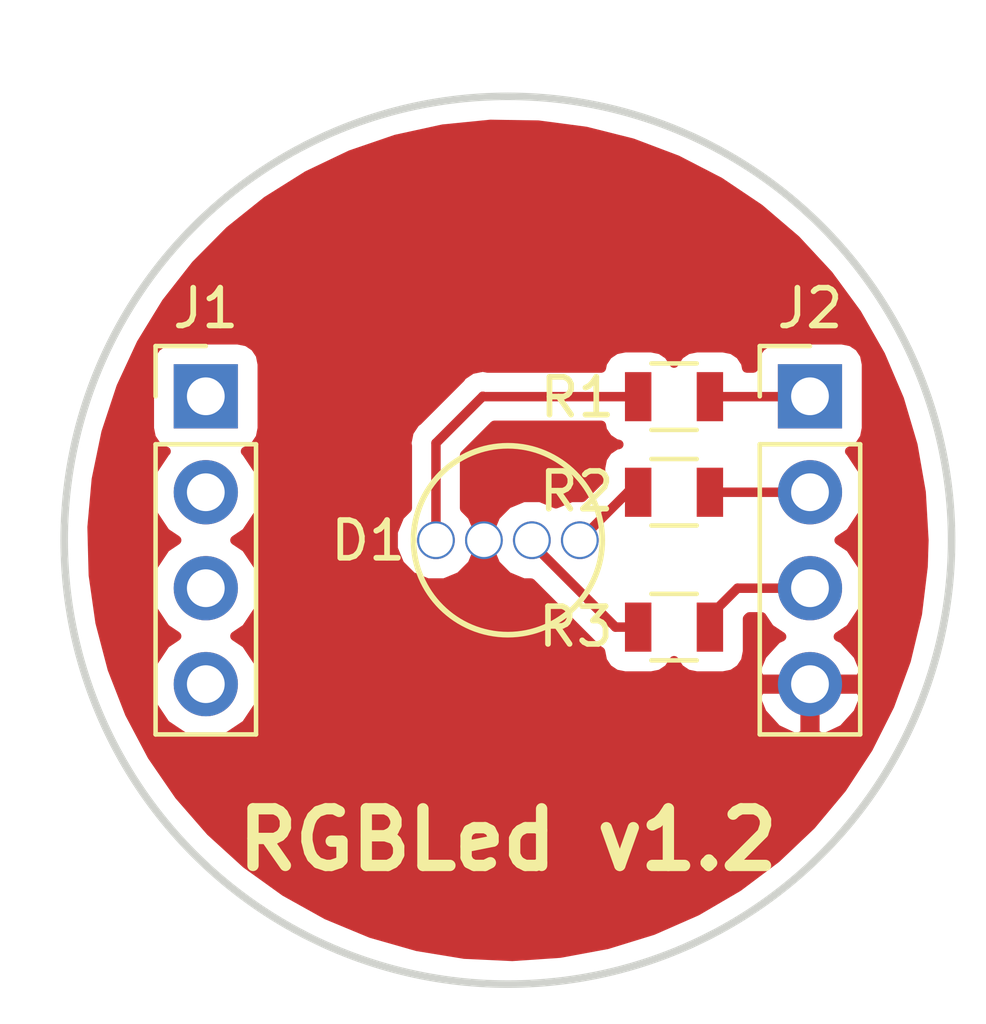
<source format=kicad_pcb>
(kicad_pcb (version 20171130) (host pcbnew "(5.0.0)")

  (general
    (thickness 1.6)
    (drawings 2)
    (tracks 16)
    (zones 0)
    (modules 6)
    (nets 12)
  )

  (page A4)
  (layers
    (0 F.Cu signal)
    (31 B.Cu signal)
    (32 B.Adhes user)
    (33 F.Adhes user)
    (34 B.Paste user)
    (35 F.Paste user)
    (36 B.SilkS user)
    (37 F.SilkS user)
    (38 B.Mask user)
    (39 F.Mask user)
    (40 Dwgs.User user)
    (41 Cmts.User user)
    (42 Eco1.User user)
    (43 Eco2.User user)
    (44 Edge.Cuts user)
    (45 Margin user)
    (46 B.CrtYd user)
    (47 F.CrtYd user)
    (48 B.Fab user)
    (49 F.Fab user)
  )

  (setup
    (last_trace_width 0.25)
    (trace_clearance 0.2)
    (zone_clearance 0.508)
    (zone_45_only no)
    (trace_min 0.2)
    (segment_width 0.2)
    (edge_width 0.2)
    (via_size 0.8)
    (via_drill 0.4)
    (via_min_size 0.4)
    (via_min_drill 0.3)
    (uvia_size 0.3)
    (uvia_drill 0.1)
    (uvias_allowed no)
    (uvia_min_size 0.2)
    (uvia_min_drill 0.1)
    (pcb_text_width 0.3)
    (pcb_text_size 1.5 1.5)
    (mod_edge_width 0.15)
    (mod_text_size 1 1)
    (mod_text_width 0.15)
    (pad_size 1 1)
    (pad_drill 0.889)
    (pad_to_mask_clearance 0.2)
    (aux_axis_origin 0 0)
    (visible_elements 7FFFFFFF)
    (pcbplotparams
      (layerselection 0x010fc_ffffffff)
      (usegerberextensions false)
      (usegerberattributes false)
      (usegerberadvancedattributes false)
      (creategerberjobfile false)
      (excludeedgelayer true)
      (linewidth 0.100000)
      (plotframeref false)
      (viasonmask false)
      (mode 1)
      (useauxorigin false)
      (hpglpennumber 1)
      (hpglpenspeed 20)
      (hpglpendiameter 15.000000)
      (psnegative false)
      (psa4output false)
      (plotreference true)
      (plotvalue true)
      (plotinvisibletext false)
      (padsonsilk false)
      (subtractmaskfromsilk false)
      (outputformat 1)
      (mirror false)
      (drillshape 0)
      (scaleselection 1)
      (outputdirectory "Gerbers/"))
  )

  (net 0 "")
  (net 1 "Net-(J1-Pad4)")
  (net 2 "Net-(J1-Pad3)")
  (net 3 "Net-(J1-Pad2)")
  (net 4 "Net-(J1-Pad1)")
  (net 5 "Net-(D1-Pad3)")
  (net 6 "Net-(D1-Pad4)")
  (net 7 "Net-(D1-Pad1)")
  (net 8 +5V)
  (net 9 /R)
  (net 10 /G)
  (net 11 /B)

  (net_class Default "This is the default net class."
    (clearance 0.2)
    (trace_width 0.25)
    (via_dia 0.8)
    (via_drill 0.4)
    (uvia_dia 0.3)
    (uvia_drill 0.1)
    (add_net +5V)
    (add_net /B)
    (add_net /G)
    (add_net /R)
    (add_net "Net-(D1-Pad1)")
    (add_net "Net-(D1-Pad3)")
    (add_net "Net-(D1-Pad4)")
    (add_net "Net-(J1-Pad1)")
    (add_net "Net-(J1-Pad2)")
    (add_net "Net-(J1-Pad3)")
    (add_net "Net-(J1-Pad4)")
  )

  (module Resistors_SMD:R_0805 (layer F.Cu) (tedit 58E0A804) (tstamp 5D08F393)
    (at 154.4 93.73)
    (descr "Resistor SMD 0805, reflow soldering, Vishay (see dcrcw.pdf)")
    (tags "resistor 0805")
    (path /5BDDBAB0)
    (attr smd)
    (fp_text reference R2 (at -2.58 -0.02) (layer F.SilkS)
      (effects (font (size 1 1) (thickness 0.15)))
    )
    (fp_text value R (at 0 1.75) (layer F.Fab)
      (effects (font (size 1 1) (thickness 0.15)))
    )
    (fp_line (start 1.55 0.9) (end -1.55 0.9) (layer F.CrtYd) (width 0.05))
    (fp_line (start 1.55 0.9) (end 1.55 -0.9) (layer F.CrtYd) (width 0.05))
    (fp_line (start -1.55 -0.9) (end -1.55 0.9) (layer F.CrtYd) (width 0.05))
    (fp_line (start -1.55 -0.9) (end 1.55 -0.9) (layer F.CrtYd) (width 0.05))
    (fp_line (start -0.6 -0.88) (end 0.6 -0.88) (layer F.SilkS) (width 0.12))
    (fp_line (start 0.6 0.88) (end -0.6 0.88) (layer F.SilkS) (width 0.12))
    (fp_line (start -1 -0.62) (end 1 -0.62) (layer F.Fab) (width 0.1))
    (fp_line (start 1 -0.62) (end 1 0.62) (layer F.Fab) (width 0.1))
    (fp_line (start 1 0.62) (end -1 0.62) (layer F.Fab) (width 0.1))
    (fp_line (start -1 0.62) (end -1 -0.62) (layer F.Fab) (width 0.1))
    (fp_text user %R (at 0 0) (layer F.Fab)
      (effects (font (size 0.5 0.5) (thickness 0.075)))
    )
    (pad 2 smd rect (at 0.95 0) (size 0.7 1.3) (layers F.Cu F.Paste F.Mask)
      (net 10 /G))
    (pad 1 smd rect (at -0.95 0) (size 0.7 1.3) (layers F.Cu F.Paste F.Mask)
      (net 6 "Net-(D1-Pad4)"))
    (model ${KISYS3DMOD}/Resistors_SMD.3dshapes/R_0805.wrl
      (at (xyz 0 0 0))
      (scale (xyz 1 1 1))
      (rotate (xyz 0 0 0))
    )
  )

  (module KingbrightRGB:L-154A4SUREQBFZGEW (layer F.Cu) (tedit 5BF00F15) (tstamp 5C6B7E62)
    (at 150 95)
    (path /5BDDB818)
    (fp_text reference D1 (at -3.7 0.01) (layer F.SilkS)
      (effects (font (size 1 1) (thickness 0.15)))
    )
    (fp_text value LED_RABG (at 0 1) (layer F.Fab)
      (effects (font (size 1 1) (thickness 0.15)))
    )
    (fp_circle (center 0 0) (end 2.5 0) (layer F.SilkS) (width 0.15))
    (pad 3 thru_hole circle (at 0.635 0) (size 1 1) (drill 0.889) (layers *.Cu *.Mask)
      (net 5 "Net-(D1-Pad3)"))
    (pad 4 thru_hole circle (at 1.905 0) (size 1 1) (drill 0.889) (layers *.Cu *.Mask)
      (net 6 "Net-(D1-Pad4)"))
    (pad 1 thru_hole circle (at -1.905 0) (size 1 1) (drill 0.889) (layers *.Cu *.Mask)
      (net 7 "Net-(D1-Pad1)"))
    (pad 2 thru_hole circle (at -0.635 0) (size 1 1) (drill 0.889) (layers *.Cu *.Mask)
      (net 8 +5V) (zone_connect 2))
    (model "${CUSTOM}/RGBLED.3dshapes/Led RGB 5mm.STEP"
      (offset (xyz 0 -5 0))
      (scale (xyz 1 1 1))
      (rotate (xyz 0 0 0))
    )
  )

  (module Resistors_SMD:R_0805 (layer F.Cu) (tedit 58E0A804) (tstamp 5C6B7EF9)
    (at 154.4 91.2)
    (descr "Resistor SMD 0805, reflow soldering, Vishay (see dcrcw.pdf)")
    (tags "resistor 0805")
    (path /5BDDBA4D)
    (attr smd)
    (fp_text reference R1 (at -2.56 0.02) (layer F.SilkS)
      (effects (font (size 1 1) (thickness 0.15)))
    )
    (fp_text value R (at 0 1.75) (layer F.Fab)
      (effects (font (size 1 1) (thickness 0.15)))
    )
    (fp_text user %R (at 0 0) (layer F.Fab)
      (effects (font (size 0.5 0.5) (thickness 0.075)))
    )
    (fp_line (start -1 0.62) (end -1 -0.62) (layer F.Fab) (width 0.1))
    (fp_line (start 1 0.62) (end -1 0.62) (layer F.Fab) (width 0.1))
    (fp_line (start 1 -0.62) (end 1 0.62) (layer F.Fab) (width 0.1))
    (fp_line (start -1 -0.62) (end 1 -0.62) (layer F.Fab) (width 0.1))
    (fp_line (start 0.6 0.88) (end -0.6 0.88) (layer F.SilkS) (width 0.12))
    (fp_line (start -0.6 -0.88) (end 0.6 -0.88) (layer F.SilkS) (width 0.12))
    (fp_line (start -1.55 -0.9) (end 1.55 -0.9) (layer F.CrtYd) (width 0.05))
    (fp_line (start -1.55 -0.9) (end -1.55 0.9) (layer F.CrtYd) (width 0.05))
    (fp_line (start 1.55 0.9) (end 1.55 -0.9) (layer F.CrtYd) (width 0.05))
    (fp_line (start 1.55 0.9) (end -1.55 0.9) (layer F.CrtYd) (width 0.05))
    (pad 1 smd rect (at -0.95 0) (size 0.7 1.3) (layers F.Cu F.Paste F.Mask)
      (net 7 "Net-(D1-Pad1)"))
    (pad 2 smd rect (at 0.95 0) (size 0.7 1.3) (layers F.Cu F.Paste F.Mask)
      (net 9 /R))
    (model ${KISYS3DMOD}/Resistors_SMD.3dshapes/R_0805.wrl
      (at (xyz 0 0 0))
      (scale (xyz 1 1 1))
      (rotate (xyz 0 0 0))
    )
  )

  (module Resistors_SMD:R_0805 (layer F.Cu) (tedit 58E0A804) (tstamp 5C6B7F7B)
    (at 154.4 97.3)
    (descr "Resistor SMD 0805, reflow soldering, Vishay (see dcrcw.pdf)")
    (tags "resistor 0805")
    (path /5BDDBADA)
    (attr smd)
    (fp_text reference R3 (at -2.6 -0.01) (layer F.SilkS)
      (effects (font (size 1 1) (thickness 0.15)))
    )
    (fp_text value R (at 0 1.75) (layer F.Fab)
      (effects (font (size 1 1) (thickness 0.15)))
    )
    (fp_text user %R (at 0 0) (layer F.Fab)
      (effects (font (size 0.5 0.5) (thickness 0.075)))
    )
    (fp_line (start -1 0.62) (end -1 -0.62) (layer F.Fab) (width 0.1))
    (fp_line (start 1 0.62) (end -1 0.62) (layer F.Fab) (width 0.1))
    (fp_line (start 1 -0.62) (end 1 0.62) (layer F.Fab) (width 0.1))
    (fp_line (start -1 -0.62) (end 1 -0.62) (layer F.Fab) (width 0.1))
    (fp_line (start 0.6 0.88) (end -0.6 0.88) (layer F.SilkS) (width 0.12))
    (fp_line (start -0.6 -0.88) (end 0.6 -0.88) (layer F.SilkS) (width 0.12))
    (fp_line (start -1.55 -0.9) (end 1.55 -0.9) (layer F.CrtYd) (width 0.05))
    (fp_line (start -1.55 -0.9) (end -1.55 0.9) (layer F.CrtYd) (width 0.05))
    (fp_line (start 1.55 0.9) (end 1.55 -0.9) (layer F.CrtYd) (width 0.05))
    (fp_line (start 1.55 0.9) (end -1.55 0.9) (layer F.CrtYd) (width 0.05))
    (pad 1 smd rect (at -0.95 0) (size 0.7 1.3) (layers F.Cu F.Paste F.Mask)
      (net 5 "Net-(D1-Pad3)"))
    (pad 2 smd rect (at 0.95 0) (size 0.7 1.3) (layers F.Cu F.Paste F.Mask)
      (net 11 /B))
    (model ${KISYS3DMOD}/Resistors_SMD.3dshapes/R_0805.wrl
      (at (xyz 0 0 0))
      (scale (xyz 1 1 1))
      (rotate (xyz 0 0 0))
    )
  )

  (module Socket_Strips:Socket_Strip_Straight_1x04_Pitch2.54mm (layer F.Cu) (tedit 58CD5446) (tstamp 5C83FC0B)
    (at 142 91.19)
    (descr "Through hole straight socket strip, 1x04, 2.54mm pitch, single row")
    (tags "Through hole socket strip THT 1x04 2.54mm single row")
    (path /5BDDA9E0)
    (fp_text reference J1 (at 0 -2.33) (layer F.SilkS)
      (effects (font (size 1 1) (thickness 0.15)))
    )
    (fp_text value Conn_01x04 (at 0 9.95) (layer F.Fab)
      (effects (font (size 1 1) (thickness 0.15)))
    )
    (fp_text user %R (at 0 -2.33) (layer F.Fab)
      (effects (font (size 1 1) (thickness 0.15)))
    )
    (fp_line (start 1.8 -1.8) (end -1.8 -1.8) (layer F.CrtYd) (width 0.05))
    (fp_line (start 1.8 9.4) (end 1.8 -1.8) (layer F.CrtYd) (width 0.05))
    (fp_line (start -1.8 9.4) (end 1.8 9.4) (layer F.CrtYd) (width 0.05))
    (fp_line (start -1.8 -1.8) (end -1.8 9.4) (layer F.CrtYd) (width 0.05))
    (fp_line (start -1.33 -1.33) (end 0 -1.33) (layer F.SilkS) (width 0.12))
    (fp_line (start -1.33 0) (end -1.33 -1.33) (layer F.SilkS) (width 0.12))
    (fp_line (start 1.33 1.27) (end -1.33 1.27) (layer F.SilkS) (width 0.12))
    (fp_line (start 1.33 8.95) (end 1.33 1.27) (layer F.SilkS) (width 0.12))
    (fp_line (start -1.33 8.95) (end 1.33 8.95) (layer F.SilkS) (width 0.12))
    (fp_line (start -1.33 1.27) (end -1.33 8.95) (layer F.SilkS) (width 0.12))
    (fp_line (start 1.27 -1.27) (end -1.27 -1.27) (layer F.Fab) (width 0.1))
    (fp_line (start 1.27 8.89) (end 1.27 -1.27) (layer F.Fab) (width 0.1))
    (fp_line (start -1.27 8.89) (end 1.27 8.89) (layer F.Fab) (width 0.1))
    (fp_line (start -1.27 -1.27) (end -1.27 8.89) (layer F.Fab) (width 0.1))
    (pad 4 thru_hole oval (at 0 7.62) (size 1.7 1.7) (drill 1) (layers *.Cu *.Mask)
      (net 1 "Net-(J1-Pad4)"))
    (pad 3 thru_hole oval (at 0 5.08) (size 1.7 1.7) (drill 1) (layers *.Cu *.Mask)
      (net 2 "Net-(J1-Pad3)"))
    (pad 2 thru_hole oval (at 0 2.54) (size 1.7 1.7) (drill 1) (layers *.Cu *.Mask)
      (net 3 "Net-(J1-Pad2)"))
    (pad 1 thru_hole rect (at 0 0) (size 1.7 1.7) (drill 1) (layers *.Cu *.Mask)
      (net 4 "Net-(J1-Pad1)"))
    (model ${KISYS3DMOD}/Socket_Strips.3dshapes/Socket_Strip_Straight_1x04_Pitch2.54mm.wrl
      (offset (xyz 0 -3.809999942779541 0))
      (scale (xyz 1 1 1))
      (rotate (xyz 0 0 270))
    )
  )

  (module Socket_Strips:Socket_Strip_Straight_1x04_Pitch2.54mm (layer F.Cu) (tedit 58CD5446) (tstamp 5C83FC21)
    (at 158 91.19)
    (descr "Through hole straight socket strip, 1x04, 2.54mm pitch, single row")
    (tags "Through hole socket strip THT 1x04 2.54mm single row")
    (path /5BDDA98F)
    (fp_text reference J2 (at 0 -2.33) (layer F.SilkS)
      (effects (font (size 1 1) (thickness 0.15)))
    )
    (fp_text value Conn_01x04 (at 0 9.95) (layer F.Fab)
      (effects (font (size 1 1) (thickness 0.15)))
    )
    (fp_line (start -1.27 -1.27) (end -1.27 8.89) (layer F.Fab) (width 0.1))
    (fp_line (start -1.27 8.89) (end 1.27 8.89) (layer F.Fab) (width 0.1))
    (fp_line (start 1.27 8.89) (end 1.27 -1.27) (layer F.Fab) (width 0.1))
    (fp_line (start 1.27 -1.27) (end -1.27 -1.27) (layer F.Fab) (width 0.1))
    (fp_line (start -1.33 1.27) (end -1.33 8.95) (layer F.SilkS) (width 0.12))
    (fp_line (start -1.33 8.95) (end 1.33 8.95) (layer F.SilkS) (width 0.12))
    (fp_line (start 1.33 8.95) (end 1.33 1.27) (layer F.SilkS) (width 0.12))
    (fp_line (start 1.33 1.27) (end -1.33 1.27) (layer F.SilkS) (width 0.12))
    (fp_line (start -1.33 0) (end -1.33 -1.33) (layer F.SilkS) (width 0.12))
    (fp_line (start -1.33 -1.33) (end 0 -1.33) (layer F.SilkS) (width 0.12))
    (fp_line (start -1.8 -1.8) (end -1.8 9.4) (layer F.CrtYd) (width 0.05))
    (fp_line (start -1.8 9.4) (end 1.8 9.4) (layer F.CrtYd) (width 0.05))
    (fp_line (start 1.8 9.4) (end 1.8 -1.8) (layer F.CrtYd) (width 0.05))
    (fp_line (start 1.8 -1.8) (end -1.8 -1.8) (layer F.CrtYd) (width 0.05))
    (fp_text user %R (at 0 -2.33) (layer F.Fab)
      (effects (font (size 1 1) (thickness 0.15)))
    )
    (pad 1 thru_hole rect (at 0 0) (size 1.7 1.7) (drill 1) (layers *.Cu *.Mask)
      (net 9 /R))
    (pad 2 thru_hole oval (at 0 2.54) (size 1.7 1.7) (drill 1) (layers *.Cu *.Mask)
      (net 10 /G))
    (pad 3 thru_hole oval (at 0 5.08) (size 1.7 1.7) (drill 1) (layers *.Cu *.Mask)
      (net 11 /B))
    (pad 4 thru_hole oval (at 0 7.62) (size 1.7 1.7) (drill 1) (layers *.Cu *.Mask)
      (net 8 +5V))
    (model ${KISYS3DMOD}/Socket_Strips.3dshapes/Socket_Strip_Straight_1x04_Pitch2.54mm.wrl
      (offset (xyz 0 -3.809999942779541 0))
      (scale (xyz 1 1 1))
      (rotate (xyz 0 0 270))
    )
  )

  (gr_text "RGBLed v1.2" (at 150 102.93) (layer F.SilkS)
    (effects (font (size 1.5 1.5) (thickness 0.3)))
  )
  (gr_circle (center 150 95) (end 161.75 95) (layer Edge.Cuts) (width 0.2))

  (segment (start 150.635 95.085) (end 150.635 95) (width 0.25) (layer F.Cu) (net 5))
  (segment (start 152.85 97.3) (end 150.635 95.085) (width 0.25) (layer F.Cu) (net 5))
  (segment (start 153.45 97.3) (end 152.85 97.3) (width 0.25) (layer F.Cu) (net 5))
  (segment (start 151.905 95) (end 151.905 94.875) (width 0.25) (layer F.Cu) (net 6))
  (segment (start 153.175 93.73) (end 151.905 95) (width 0.25) (layer F.Cu) (net 6))
  (segment (start 153.45 93.73) (end 153.175 93.73) (width 0.25) (layer F.Cu) (net 6))
  (segment (start 148.095 95) (end 148.095 92.43) (width 0.25) (layer F.Cu) (net 7))
  (segment (start 148.095 92.43) (end 149.335 91.19) (width 0.25) (layer F.Cu) (net 7))
  (segment (start 149.345 91.2) (end 149.335 91.19) (width 0.25) (layer F.Cu) (net 7))
  (segment (start 153.45 91.2) (end 149.345 91.2) (width 0.25) (layer F.Cu) (net 7))
  (segment (start 157.99 91.2) (end 158 91.19) (width 0.25) (layer F.Cu) (net 9))
  (segment (start 155.35 91.2) (end 157.99 91.2) (width 0.25) (layer F.Cu) (net 9))
  (segment (start 158 93.73) (end 155.35 93.73) (width 0.25) (layer F.Cu) (net 10))
  (segment (start 155.35 97) (end 155.35 97.3) (width 0.25) (layer F.Cu) (net 11))
  (segment (start 156.08 96.27) (end 155.35 97) (width 0.25) (layer F.Cu) (net 11))
  (segment (start 158 96.27) (end 156.08 96.27) (width 0.25) (layer F.Cu) (net 11))

  (zone (net 8) (net_name +5V) (layer F.Cu) (tstamp 5C21ECBB) (hatch edge 0.508)
    (connect_pads (clearance 0.508))
    (min_thickness 0.254)
    (fill yes (arc_segments 16) (thermal_gap 0.508) (thermal_bridge_width 0.508))
    (polygon
      (pts
        (xy 136.55 80.7) (xy 162.25 80.7) (xy 162.25 107.825) (xy 136.55 107.75)
      )
    )
    (filled_polygon
      (pts
        (xy 150.806719 84.014581) (xy 152.064005 84.180106) (xy 153.293934 84.489043) (xy 154.480204 84.937297) (xy 155.607091 85.518927)
        (xy 156.659659 86.226223) (xy 157.623957 87.049811) (xy 158.487203 87.978775) (xy 159.237956 89.000801) (xy 159.866265 90.102344)
        (xy 160.363802 91.268802) (xy 160.723972 92.484715) (xy 160.942001 93.733967) (xy 161.015 95) (xy 160.993264 95.691638)
        (xy 160.840915 96.950588) (xy 160.544874 98.183685) (xy 160.109067 99.374584) (xy 159.53927 100.5075) (xy 158.843034 101.567417)
        (xy 158.029589 102.540286) (xy 157.109716 103.413213) (xy 156.095608 104.174627) (xy 155.000705 104.814437) (xy 153.839521 105.324161)
        (xy 152.627446 105.697044) (xy 151.380546 105.928143) (xy 150.115347 106.014396) (xy 148.848619 105.954659) (xy 147.597152 105.749723)
        (xy 146.377534 105.402306) (xy 145.205929 104.917011) (xy 144.097868 104.300272) (xy 143.068036 103.560263) (xy 142.130083 102.706792)
        (xy 141.296443 101.751171) (xy 140.578163 100.706068) (xy 139.984764 99.585333) (xy 139.524112 98.403822) (xy 139.202313 97.177196)
        (xy 139.023631 95.921711) (xy 138.990435 94.65401) (xy 139.0729 93.73) (xy 140.485908 93.73) (xy 140.601161 94.309418)
        (xy 140.929375 94.800625) (xy 141.227761 95) (xy 140.929375 95.199375) (xy 140.601161 95.690582) (xy 140.485908 96.27)
        (xy 140.601161 96.849418) (xy 140.929375 97.340625) (xy 141.227761 97.54) (xy 140.929375 97.739375) (xy 140.601161 98.230582)
        (xy 140.485908 98.81) (xy 140.601161 99.389418) (xy 140.929375 99.880625) (xy 141.420582 100.208839) (xy 141.853744 100.295)
        (xy 142.146256 100.295) (xy 142.579418 100.208839) (xy 143.070625 99.880625) (xy 143.398839 99.389418) (xy 143.443102 99.16689)
        (xy 156.558524 99.16689) (xy 156.728355 99.576924) (xy 157.118642 100.005183) (xy 157.643108 100.251486) (xy 157.873 100.130819)
        (xy 157.873 98.937) (xy 158.127 98.937) (xy 158.127 100.130819) (xy 158.356892 100.251486) (xy 158.881358 100.005183)
        (xy 159.271645 99.576924) (xy 159.441476 99.16689) (xy 159.320155 98.937) (xy 158.127 98.937) (xy 157.873 98.937)
        (xy 156.679845 98.937) (xy 156.558524 99.16689) (xy 143.443102 99.16689) (xy 143.514092 98.81) (xy 143.398839 98.230582)
        (xy 143.070625 97.739375) (xy 142.772239 97.54) (xy 143.070625 97.340625) (xy 143.398839 96.849418) (xy 143.514092 96.27)
        (xy 143.398839 95.690582) (xy 143.070625 95.199375) (xy 142.772239 95) (xy 143.070625 94.800625) (xy 143.088258 94.774234)
        (xy 146.96 94.774234) (xy 146.96 95.225766) (xy 147.132793 95.642926) (xy 147.452074 95.962207) (xy 147.869234 96.135)
        (xy 148.320766 96.135) (xy 148.737926 95.962207) (xy 149.057207 95.642926) (xy 149.23 95.225766) (xy 149.23 94.774234)
        (xy 149.057207 94.357074) (xy 148.855 94.154867) (xy 148.855 92.744801) (xy 149.639802 91.96) (xy 152.47444 91.96)
        (xy 152.501843 92.097765) (xy 152.642191 92.307809) (xy 152.852235 92.448157) (xy 152.936911 92.465) (xy 152.852235 92.481843)
        (xy 152.642191 92.622191) (xy 152.501843 92.832235) (xy 152.45256 93.08) (xy 152.45256 93.377638) (xy 151.965199 93.865)
        (xy 151.679234 93.865) (xy 151.27 94.03451) (xy 150.860766 93.865) (xy 150.409234 93.865) (xy 149.992074 94.037793)
        (xy 149.672793 94.357074) (xy 149.5 94.774234) (xy 149.5 95.225766) (xy 149.672793 95.642926) (xy 149.992074 95.962207)
        (xy 150.409234 96.135) (xy 150.610199 96.135) (xy 152.259671 97.784473) (xy 152.302071 97.847929) (xy 152.45256 97.948483)
        (xy 152.45256 97.95) (xy 152.501843 98.197765) (xy 152.642191 98.407809) (xy 152.852235 98.548157) (xy 153.1 98.59744)
        (xy 153.8 98.59744) (xy 154.047765 98.548157) (xy 154.257809 98.407809) (xy 154.398157 98.197765) (xy 154.4 98.1885)
        (xy 154.401843 98.197765) (xy 154.542191 98.407809) (xy 154.752235 98.548157) (xy 155 98.59744) (xy 155.7 98.59744)
        (xy 155.947765 98.548157) (xy 156.157809 98.407809) (xy 156.298157 98.197765) (xy 156.34744 97.95) (xy 156.34744 97.077362)
        (xy 156.394802 97.03) (xy 156.721822 97.03) (xy 156.929375 97.340625) (xy 157.248478 97.553843) (xy 157.118642 97.614817)
        (xy 156.728355 98.043076) (xy 156.558524 98.45311) (xy 156.679845 98.683) (xy 157.873 98.683) (xy 157.873 98.663)
        (xy 158.127 98.663) (xy 158.127 98.683) (xy 159.320155 98.683) (xy 159.441476 98.45311) (xy 159.271645 98.043076)
        (xy 158.881358 97.614817) (xy 158.751522 97.553843) (xy 159.070625 97.340625) (xy 159.398839 96.849418) (xy 159.514092 96.27)
        (xy 159.398839 95.690582) (xy 159.070625 95.199375) (xy 158.772239 95) (xy 159.070625 94.800625) (xy 159.398839 94.309418)
        (xy 159.514092 93.73) (xy 159.398839 93.150582) (xy 159.070625 92.659375) (xy 159.052381 92.647184) (xy 159.097765 92.638157)
        (xy 159.307809 92.497809) (xy 159.448157 92.287765) (xy 159.49744 92.04) (xy 159.49744 90.34) (xy 159.448157 90.092235)
        (xy 159.307809 89.882191) (xy 159.097765 89.741843) (xy 158.85 89.69256) (xy 157.15 89.69256) (xy 156.902235 89.741843)
        (xy 156.692191 89.882191) (xy 156.551843 90.092235) (xy 156.50256 90.34) (xy 156.50256 90.44) (xy 156.32556 90.44)
        (xy 156.298157 90.302235) (xy 156.157809 90.092191) (xy 155.947765 89.951843) (xy 155.7 89.90256) (xy 155 89.90256)
        (xy 154.752235 89.951843) (xy 154.542191 90.092191) (xy 154.401843 90.302235) (xy 154.4 90.3115) (xy 154.398157 90.302235)
        (xy 154.257809 90.092191) (xy 154.047765 89.951843) (xy 153.8 89.90256) (xy 153.1 89.90256) (xy 152.852235 89.951843)
        (xy 152.642191 90.092191) (xy 152.501843 90.302235) (xy 152.47444 90.44) (xy 149.460122 90.44) (xy 149.335 90.415112)
        (xy 149.038462 90.474096) (xy 148.850527 90.599671) (xy 148.787071 90.642071) (xy 148.744672 90.705526) (xy 147.610528 91.839671)
        (xy 147.547072 91.882071) (xy 147.504672 91.945527) (xy 147.504671 91.945528) (xy 147.379097 92.133463) (xy 147.320112 92.43)
        (xy 147.335001 92.504852) (xy 147.335 94.154867) (xy 147.132793 94.357074) (xy 146.96 94.774234) (xy 143.088258 94.774234)
        (xy 143.398839 94.309418) (xy 143.514092 93.73) (xy 143.398839 93.150582) (xy 143.070625 92.659375) (xy 143.052381 92.647184)
        (xy 143.097765 92.638157) (xy 143.307809 92.497809) (xy 143.448157 92.287765) (xy 143.49744 92.04) (xy 143.49744 90.34)
        (xy 143.448157 90.092235) (xy 143.307809 89.882191) (xy 143.097765 89.741843) (xy 142.85 89.69256) (xy 141.15 89.69256)
        (xy 140.902235 89.741843) (xy 140.692191 89.882191) (xy 140.551843 90.092235) (xy 140.50256 90.34) (xy 140.50256 92.04)
        (xy 140.551843 92.287765) (xy 140.692191 92.497809) (xy 140.902235 92.638157) (xy 140.947619 92.647184) (xy 140.929375 92.659375)
        (xy 140.601161 93.150582) (xy 140.485908 93.73) (xy 139.0729 93.73) (xy 139.103165 93.390895) (xy 139.360327 92.149108)
        (xy 139.758512 90.945108) (xy 140.292442 89.794853) (xy 140.955041 88.71359) (xy 141.737527 87.71565) (xy 142.629526 86.81426)
        (xy 143.619218 86.021367) (xy 144.693483 85.347482) (xy 145.838084 84.801536) (xy 147.037848 84.390764) (xy 148.276874 84.120613)
        (xy 149.53874 83.994662)
      )
    )
  )
)

</source>
